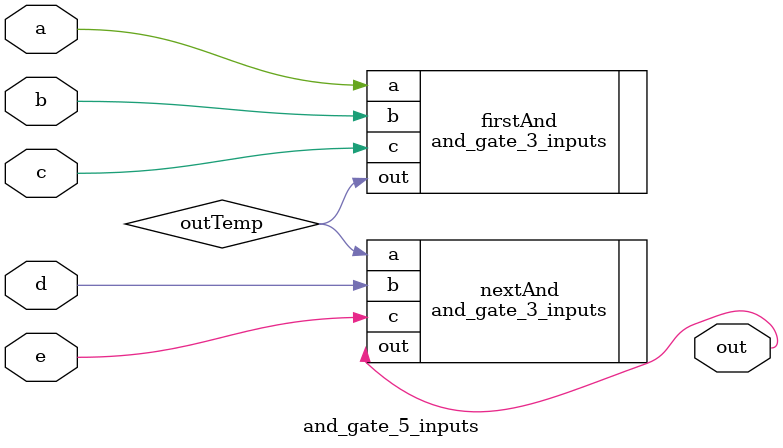
<source format=sv>
module and_gate_5_inputs (a, b, c, d, e, out);
	input logic a, b, c, d, e;
	output logic out;
	
	logic outTemp;
	
	and_gate_3_inputs firstAnd (.a, .b, .c, .out(outTemp));
	and_gate_3_inputs nextAnd (.a(outTemp), .b(d), .c(e), .out);
	
endmodule
</source>
